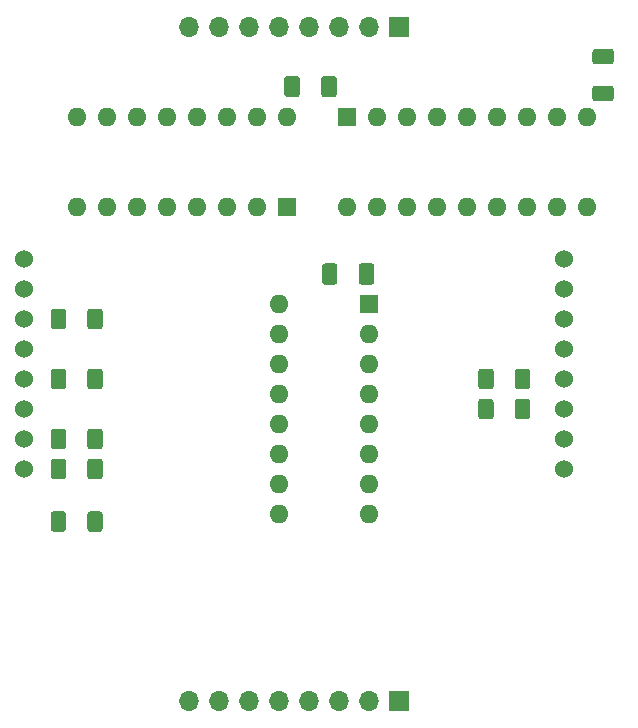
<source format=gbr>
%TF.GenerationSoftware,KiCad,Pcbnew,(5.1.8-0-10_14)*%
%TF.CreationDate,2021-01-04T21:42:45+01:00*%
%TF.ProjectId,led-matrix,6c65642d-6d61-4747-9269-782e6b696361,rev?*%
%TF.SameCoordinates,Original*%
%TF.FileFunction,Soldermask,Top*%
%TF.FilePolarity,Negative*%
%FSLAX46Y46*%
G04 Gerber Fmt 4.6, Leading zero omitted, Abs format (unit mm)*
G04 Created by KiCad (PCBNEW (5.1.8-0-10_14)) date 2021-01-04 21:42:45*
%MOMM*%
%LPD*%
G01*
G04 APERTURE LIST*
%ADD10O,1.700000X1.700000*%
%ADD11R,1.700000X1.700000*%
%ADD12C,1.524000*%
%ADD13O,1.600000X1.600000*%
%ADD14R,1.600000X1.600000*%
G04 APERTURE END LIST*
D10*
%TO.C,J2*%
X39255000Y-24835000D03*
X41795000Y-24835000D03*
X44335000Y-24835000D03*
X46875000Y-24835000D03*
X49415000Y-24835000D03*
X51955000Y-24835000D03*
X54495000Y-24835000D03*
D11*
X57035000Y-24835000D03*
%TD*%
D12*
%TO.C,D1*%
X25285000Y-54605000D03*
X71005000Y-46985000D03*
X25285000Y-62225000D03*
X71005000Y-62225000D03*
X25285000Y-52065000D03*
X71005000Y-57145000D03*
X25285000Y-57145000D03*
X71005000Y-54605000D03*
X71005000Y-49525000D03*
X71005000Y-59685000D03*
X25285000Y-59685000D03*
X25285000Y-44445000D03*
X71005000Y-52065000D03*
X25285000Y-46985000D03*
X71005000Y-44445000D03*
X25285000Y-49525000D03*
%TD*%
D10*
%TO.C,J1*%
X39255000Y-81835000D03*
X41795000Y-81835000D03*
X44335000Y-81835000D03*
X46875000Y-81835000D03*
X49415000Y-81835000D03*
X51955000Y-81835000D03*
X54495000Y-81835000D03*
D11*
X57035000Y-81835000D03*
%TD*%
D13*
%TO.C,U2*%
X52590000Y-40000000D03*
X72910000Y-32380000D03*
X55130000Y-40000000D03*
X70370000Y-32380000D03*
X57670000Y-40000000D03*
X67830000Y-32380000D03*
X60210000Y-40000000D03*
X65290000Y-32380000D03*
X62750000Y-40000000D03*
X62750000Y-32380000D03*
X65290000Y-40000000D03*
X60210000Y-32380000D03*
X67830000Y-40000000D03*
X57670000Y-32380000D03*
X70370000Y-40000000D03*
X55130000Y-32380000D03*
X72910000Y-40000000D03*
D14*
X52590000Y-32380000D03*
%TD*%
%TO.C,R8*%
G36*
G01*
X28830000Y-61600000D02*
X28830000Y-62850000D01*
G75*
G02*
X28580000Y-63100000I-250000J0D01*
G01*
X27780000Y-63100000D01*
G75*
G02*
X27530000Y-62850000I0J250000D01*
G01*
X27530000Y-61600000D01*
G75*
G02*
X27780000Y-61350000I250000J0D01*
G01*
X28580000Y-61350000D01*
G75*
G02*
X28830000Y-61600000I0J-250000D01*
G01*
G37*
G36*
G01*
X31930000Y-61600000D02*
X31930000Y-62850000D01*
G75*
G02*
X31680000Y-63100000I-250000J0D01*
G01*
X30880000Y-63100000D01*
G75*
G02*
X30630000Y-62850000I0J250000D01*
G01*
X30630000Y-61600000D01*
G75*
G02*
X30880000Y-61350000I250000J0D01*
G01*
X31680000Y-61350000D01*
G75*
G02*
X31930000Y-61600000I0J-250000D01*
G01*
G37*
%TD*%
%TO.C,R7*%
G36*
G01*
X28830000Y-59065000D02*
X28830000Y-60315000D01*
G75*
G02*
X28580000Y-60565000I-250000J0D01*
G01*
X27780000Y-60565000D01*
G75*
G02*
X27530000Y-60315000I0J250000D01*
G01*
X27530000Y-59065000D01*
G75*
G02*
X27780000Y-58815000I250000J0D01*
G01*
X28580000Y-58815000D01*
G75*
G02*
X28830000Y-59065000I0J-250000D01*
G01*
G37*
G36*
G01*
X31930000Y-59065000D02*
X31930000Y-60315000D01*
G75*
G02*
X31680000Y-60565000I-250000J0D01*
G01*
X30880000Y-60565000D01*
G75*
G02*
X30630000Y-60315000I0J250000D01*
G01*
X30630000Y-59065000D01*
G75*
G02*
X30880000Y-58815000I250000J0D01*
G01*
X31680000Y-58815000D01*
G75*
G02*
X31930000Y-59065000I0J-250000D01*
G01*
G37*
%TD*%
%TO.C,R6*%
G36*
G01*
X28830000Y-48905000D02*
X28830000Y-50155000D01*
G75*
G02*
X28580000Y-50405000I-250000J0D01*
G01*
X27780000Y-50405000D01*
G75*
G02*
X27530000Y-50155000I0J250000D01*
G01*
X27530000Y-48905000D01*
G75*
G02*
X27780000Y-48655000I250000J0D01*
G01*
X28580000Y-48655000D01*
G75*
G02*
X28830000Y-48905000I0J-250000D01*
G01*
G37*
G36*
G01*
X31930000Y-48905000D02*
X31930000Y-50155000D01*
G75*
G02*
X31680000Y-50405000I-250000J0D01*
G01*
X30880000Y-50405000D01*
G75*
G02*
X30630000Y-50155000I0J250000D01*
G01*
X30630000Y-48905000D01*
G75*
G02*
X30880000Y-48655000I250000J0D01*
G01*
X31680000Y-48655000D01*
G75*
G02*
X31930000Y-48905000I0J-250000D01*
G01*
G37*
%TD*%
%TO.C,R4*%
G36*
G01*
X28830000Y-66050000D02*
X28830000Y-67300000D01*
G75*
G02*
X28580000Y-67550000I-250000J0D01*
G01*
X27780000Y-67550000D01*
G75*
G02*
X27530000Y-67300000I0J250000D01*
G01*
X27530000Y-66050000D01*
G75*
G02*
X27780000Y-65800000I250000J0D01*
G01*
X28580000Y-65800000D01*
G75*
G02*
X28830000Y-66050000I0J-250000D01*
G01*
G37*
G36*
G01*
X31930000Y-66050000D02*
X31930000Y-67300000D01*
G75*
G02*
X31680000Y-67550000I-250000J0D01*
G01*
X30880000Y-67550000D01*
G75*
G02*
X30630000Y-67300000I0J250000D01*
G01*
X30630000Y-66050000D01*
G75*
G02*
X30880000Y-65800000I250000J0D01*
G01*
X31680000Y-65800000D01*
G75*
G02*
X31930000Y-66050000I0J-250000D01*
G01*
G37*
%TD*%
%TO.C,R3*%
G36*
G01*
X66825000Y-55230000D02*
X66825000Y-53980000D01*
G75*
G02*
X67075000Y-53730000I250000J0D01*
G01*
X67875000Y-53730000D01*
G75*
G02*
X68125000Y-53980000I0J-250000D01*
G01*
X68125000Y-55230000D01*
G75*
G02*
X67875000Y-55480000I-250000J0D01*
G01*
X67075000Y-55480000D01*
G75*
G02*
X66825000Y-55230000I0J250000D01*
G01*
G37*
G36*
G01*
X63725000Y-55230000D02*
X63725000Y-53980000D01*
G75*
G02*
X63975000Y-53730000I250000J0D01*
G01*
X64775000Y-53730000D01*
G75*
G02*
X65025000Y-53980000I0J-250000D01*
G01*
X65025000Y-55230000D01*
G75*
G02*
X64775000Y-55480000I-250000J0D01*
G01*
X63975000Y-55480000D01*
G75*
G02*
X63725000Y-55230000I0J250000D01*
G01*
G37*
%TD*%
%TO.C,R2*%
G36*
G01*
X66825000Y-57775000D02*
X66825000Y-56525000D01*
G75*
G02*
X67075000Y-56275000I250000J0D01*
G01*
X67875000Y-56275000D01*
G75*
G02*
X68125000Y-56525000I0J-250000D01*
G01*
X68125000Y-57775000D01*
G75*
G02*
X67875000Y-58025000I-250000J0D01*
G01*
X67075000Y-58025000D01*
G75*
G02*
X66825000Y-57775000I0J250000D01*
G01*
G37*
G36*
G01*
X63725000Y-57775000D02*
X63725000Y-56525000D01*
G75*
G02*
X63975000Y-56275000I250000J0D01*
G01*
X64775000Y-56275000D01*
G75*
G02*
X65025000Y-56525000I0J-250000D01*
G01*
X65025000Y-57775000D01*
G75*
G02*
X64775000Y-58025000I-250000J0D01*
G01*
X63975000Y-58025000D01*
G75*
G02*
X63725000Y-57775000I0J250000D01*
G01*
G37*
%TD*%
%TO.C,R1*%
G36*
G01*
X28830000Y-53980000D02*
X28830000Y-55230000D01*
G75*
G02*
X28580000Y-55480000I-250000J0D01*
G01*
X27780000Y-55480000D01*
G75*
G02*
X27530000Y-55230000I0J250000D01*
G01*
X27530000Y-53980000D01*
G75*
G02*
X27780000Y-53730000I250000J0D01*
G01*
X28580000Y-53730000D01*
G75*
G02*
X28830000Y-53980000I0J-250000D01*
G01*
G37*
G36*
G01*
X31930000Y-53980000D02*
X31930000Y-55230000D01*
G75*
G02*
X31680000Y-55480000I-250000J0D01*
G01*
X30880000Y-55480000D01*
G75*
G02*
X30630000Y-55230000I0J250000D01*
G01*
X30630000Y-53980000D01*
G75*
G02*
X30880000Y-53730000I250000J0D01*
G01*
X31680000Y-53730000D01*
G75*
G02*
X31930000Y-53980000I0J-250000D01*
G01*
G37*
%TD*%
%TO.C,C3*%
G36*
G01*
X53605000Y-46370001D02*
X53605000Y-45069999D01*
G75*
G02*
X53854999Y-44820000I249999J0D01*
G01*
X54680001Y-44820000D01*
G75*
G02*
X54930000Y-45069999I0J-249999D01*
G01*
X54930000Y-46370001D01*
G75*
G02*
X54680001Y-46620000I-249999J0D01*
G01*
X53854999Y-46620000D01*
G75*
G02*
X53605000Y-46370001I0J249999D01*
G01*
G37*
G36*
G01*
X50480000Y-46370001D02*
X50480000Y-45069999D01*
G75*
G02*
X50729999Y-44820000I249999J0D01*
G01*
X51555001Y-44820000D01*
G75*
G02*
X51805000Y-45069999I0J-249999D01*
G01*
X51805000Y-46370001D01*
G75*
G02*
X51555001Y-46620000I-249999J0D01*
G01*
X50729999Y-46620000D01*
G75*
G02*
X50480000Y-46370001I0J249999D01*
G01*
G37*
%TD*%
%TO.C,C2*%
G36*
G01*
X74945001Y-27967500D02*
X73644999Y-27967500D01*
G75*
G02*
X73395000Y-27717501I0J249999D01*
G01*
X73395000Y-26892499D01*
G75*
G02*
X73644999Y-26642500I249999J0D01*
G01*
X74945001Y-26642500D01*
G75*
G02*
X75195000Y-26892499I0J-249999D01*
G01*
X75195000Y-27717501D01*
G75*
G02*
X74945001Y-27967500I-249999J0D01*
G01*
G37*
G36*
G01*
X74945001Y-31092500D02*
X73644999Y-31092500D01*
G75*
G02*
X73395000Y-30842501I0J249999D01*
G01*
X73395000Y-30017499D01*
G75*
G02*
X73644999Y-29767500I249999J0D01*
G01*
X74945001Y-29767500D01*
G75*
G02*
X75195000Y-30017499I0J-249999D01*
G01*
X75195000Y-30842501D01*
G75*
G02*
X74945001Y-31092500I-249999J0D01*
G01*
G37*
%TD*%
%TO.C,C1*%
G36*
G01*
X50430000Y-30495001D02*
X50430000Y-29194999D01*
G75*
G02*
X50679999Y-28945000I249999J0D01*
G01*
X51505001Y-28945000D01*
G75*
G02*
X51755000Y-29194999I0J-249999D01*
G01*
X51755000Y-30495001D01*
G75*
G02*
X51505001Y-30745000I-249999J0D01*
G01*
X50679999Y-30745000D01*
G75*
G02*
X50430000Y-30495001I0J249999D01*
G01*
G37*
G36*
G01*
X47305000Y-30495001D02*
X47305000Y-29194999D01*
G75*
G02*
X47554999Y-28945000I249999J0D01*
G01*
X48380001Y-28945000D01*
G75*
G02*
X48630000Y-29194999I0J-249999D01*
G01*
X48630000Y-30495001D01*
G75*
G02*
X48380001Y-30745000I-249999J0D01*
G01*
X47554999Y-30745000D01*
G75*
G02*
X47305000Y-30495001I0J249999D01*
G01*
G37*
%TD*%
D13*
%TO.C,U3*%
X46875000Y-48255000D03*
X54495000Y-66035000D03*
X46875000Y-50795000D03*
X54495000Y-63495000D03*
X46875000Y-53335000D03*
X54495000Y-60955000D03*
X46875000Y-55875000D03*
X54495000Y-58415000D03*
X46875000Y-58415000D03*
X54495000Y-55875000D03*
X46875000Y-60955000D03*
X54495000Y-53335000D03*
X46875000Y-63495000D03*
X54495000Y-50795000D03*
X46875000Y-66035000D03*
D14*
X54495000Y-48255000D03*
%TD*%
%TO.C,U1*%
X47510000Y-40000000D03*
D13*
X29730000Y-32380000D03*
X44970000Y-40000000D03*
X32270000Y-32380000D03*
X42430000Y-40000000D03*
X34810000Y-32380000D03*
X39890000Y-40000000D03*
X37350000Y-32380000D03*
X37350000Y-40000000D03*
X39890000Y-32380000D03*
X34810000Y-40000000D03*
X42430000Y-32380000D03*
X32270000Y-40000000D03*
X44970000Y-32380000D03*
X29730000Y-40000000D03*
X47510000Y-32380000D03*
%TD*%
M02*

</source>
